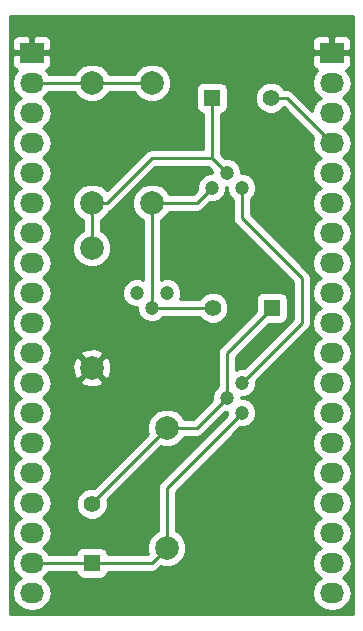
<source format=gbr>
G04 #@! TF.FileFunction,Copper,L1,Top,Signal*
%FSLAX46Y46*%
G04 Gerber Fmt 4.6, Leading zero omitted, Abs format (unit mm)*
G04 Created by KiCad (PCBNEW 4.0.3+e1-6302~38~ubuntu16.04.1-stable) date Thu Aug 25 17:11:50 2016*
%MOMM*%
%LPD*%
G01*
G04 APERTURE LIST*
%ADD10C,0.100000*%
%ADD11R,1.400000X1.400000*%
%ADD12C,1.400000*%
%ADD13C,1.998980*%
%ADD14C,1.200000*%
%ADD15R,2.032000X1.727200*%
%ADD16O,2.032000X1.727200*%
%ADD17C,0.250000*%
%ADD18C,0.254000*%
G04 APERTURE END LIST*
D10*
D11*
X66040000Y-113030000D03*
D12*
X66040000Y-108030000D03*
D13*
X72390000Y-101600000D03*
X72390000Y-111760000D03*
D14*
X78740000Y-97790000D03*
X77470000Y-99060000D03*
X78740000Y-100330000D03*
X69850000Y-90170000D03*
X71120000Y-91440000D03*
X72390000Y-90170000D03*
D11*
X81280000Y-91440000D03*
D12*
X76280000Y-91440000D03*
D14*
X78740000Y-81280000D03*
X77470000Y-80010000D03*
X76200000Y-81280000D03*
D13*
X66040000Y-86360000D03*
X66040000Y-96520000D03*
D11*
X76200000Y-73660000D03*
D12*
X81200000Y-73660000D03*
D13*
X66040000Y-72390000D03*
X66040000Y-82550000D03*
X71120000Y-72390000D03*
X71120000Y-82550000D03*
D15*
X60960000Y-69850000D03*
D16*
X60960000Y-72390000D03*
X60960000Y-74930000D03*
X60960000Y-77470000D03*
X60960000Y-80010000D03*
X60960000Y-82550000D03*
X60960000Y-85090000D03*
X60960000Y-87630000D03*
X60960000Y-90170000D03*
X60960000Y-92710000D03*
X60960000Y-95250000D03*
X60960000Y-97790000D03*
X60960000Y-100330000D03*
X60960000Y-102870000D03*
X60960000Y-105410000D03*
X60960000Y-107950000D03*
X60960000Y-110490000D03*
X60960000Y-113030000D03*
X60960000Y-115570000D03*
D15*
X86360000Y-69850000D03*
D16*
X86360000Y-72390000D03*
X86360000Y-74930000D03*
X86360000Y-77470000D03*
X86360000Y-80010000D03*
X86360000Y-82550000D03*
X86360000Y-85090000D03*
X86360000Y-87630000D03*
X86360000Y-90170000D03*
X86360000Y-92710000D03*
X86360000Y-95250000D03*
X86360000Y-97790000D03*
X86360000Y-100330000D03*
X86360000Y-102870000D03*
X86360000Y-105410000D03*
X86360000Y-107950000D03*
X86360000Y-110490000D03*
X86360000Y-113030000D03*
X86360000Y-115570000D03*
D17*
X66040000Y-86360000D02*
X66040000Y-82550000D01*
X66040000Y-82550000D02*
X67310000Y-82550000D01*
X71120000Y-78740000D02*
X76200000Y-78740000D01*
X67310000Y-82550000D02*
X71120000Y-78740000D01*
X76200000Y-73660000D02*
X76200000Y-78740000D01*
X76200000Y-78740000D02*
X77470000Y-80010000D01*
X81200000Y-73660000D02*
X82550000Y-73660000D01*
X82550000Y-73660000D02*
X86360000Y-77470000D01*
X66040000Y-108030000D02*
X66040000Y-107950000D01*
X66040000Y-107950000D02*
X72390000Y-101600000D01*
X72390000Y-101600000D02*
X74930000Y-101600000D01*
X74930000Y-101600000D02*
X77470000Y-99060000D01*
X77470000Y-99060000D02*
X77470000Y-95250000D01*
X77470000Y-95250000D02*
X81280000Y-91440000D01*
X71120000Y-91440000D02*
X71120000Y-82550000D01*
X71120000Y-91440000D02*
X76280000Y-91440000D01*
X71120000Y-82550000D02*
X74930000Y-82550000D01*
X74930000Y-82550000D02*
X76200000Y-81280000D01*
X60960000Y-113030000D02*
X66040000Y-113030000D01*
X66040000Y-113030000D02*
X71120000Y-113030000D01*
X71120000Y-113030000D02*
X72390000Y-111760000D01*
X72390000Y-111760000D02*
X72390000Y-106680000D01*
X72390000Y-106680000D02*
X78740000Y-100330000D01*
X60960000Y-72390000D02*
X66040000Y-72390000D01*
X66040000Y-72390000D02*
X71120000Y-72390000D01*
X78740000Y-81280000D02*
X78740000Y-83820000D01*
X83820000Y-92710000D02*
X78740000Y-97790000D01*
X83820000Y-88900000D02*
X83820000Y-92710000D01*
X78740000Y-83820000D02*
X83820000Y-88900000D01*
D18*
G36*
X88190000Y-117400000D02*
X59130000Y-117400000D01*
X59130000Y-72390000D01*
X59276655Y-72390000D01*
X59390729Y-72963489D01*
X59715585Y-73449670D01*
X60030366Y-73660000D01*
X59715585Y-73870330D01*
X59390729Y-74356511D01*
X59276655Y-74930000D01*
X59390729Y-75503489D01*
X59715585Y-75989670D01*
X60030366Y-76200000D01*
X59715585Y-76410330D01*
X59390729Y-76896511D01*
X59276655Y-77470000D01*
X59390729Y-78043489D01*
X59715585Y-78529670D01*
X60030366Y-78740000D01*
X59715585Y-78950330D01*
X59390729Y-79436511D01*
X59276655Y-80010000D01*
X59390729Y-80583489D01*
X59715585Y-81069670D01*
X60030366Y-81280000D01*
X59715585Y-81490330D01*
X59390729Y-81976511D01*
X59276655Y-82550000D01*
X59390729Y-83123489D01*
X59715585Y-83609670D01*
X60030366Y-83820000D01*
X59715585Y-84030330D01*
X59390729Y-84516511D01*
X59276655Y-85090000D01*
X59390729Y-85663489D01*
X59715585Y-86149670D01*
X60030366Y-86360000D01*
X59715585Y-86570330D01*
X59390729Y-87056511D01*
X59276655Y-87630000D01*
X59390729Y-88203489D01*
X59715585Y-88689670D01*
X60030366Y-88900000D01*
X59715585Y-89110330D01*
X59390729Y-89596511D01*
X59276655Y-90170000D01*
X59390729Y-90743489D01*
X59715585Y-91229670D01*
X60030366Y-91440000D01*
X59715585Y-91650330D01*
X59390729Y-92136511D01*
X59276655Y-92710000D01*
X59390729Y-93283489D01*
X59715585Y-93769670D01*
X60030366Y-93980000D01*
X59715585Y-94190330D01*
X59390729Y-94676511D01*
X59276655Y-95250000D01*
X59390729Y-95823489D01*
X59715585Y-96309670D01*
X60030366Y-96520000D01*
X59715585Y-96730330D01*
X59390729Y-97216511D01*
X59276655Y-97790000D01*
X59390729Y-98363489D01*
X59715585Y-98849670D01*
X60030366Y-99060000D01*
X59715585Y-99270330D01*
X59390729Y-99756511D01*
X59276655Y-100330000D01*
X59390729Y-100903489D01*
X59715585Y-101389670D01*
X60030366Y-101600000D01*
X59715585Y-101810330D01*
X59390729Y-102296511D01*
X59276655Y-102870000D01*
X59390729Y-103443489D01*
X59715585Y-103929670D01*
X60030366Y-104140000D01*
X59715585Y-104350330D01*
X59390729Y-104836511D01*
X59276655Y-105410000D01*
X59390729Y-105983489D01*
X59715585Y-106469670D01*
X60030366Y-106680000D01*
X59715585Y-106890330D01*
X59390729Y-107376511D01*
X59276655Y-107950000D01*
X59390729Y-108523489D01*
X59715585Y-109009670D01*
X60030366Y-109220000D01*
X59715585Y-109430330D01*
X59390729Y-109916511D01*
X59276655Y-110490000D01*
X59390729Y-111063489D01*
X59715585Y-111549670D01*
X60030366Y-111760000D01*
X59715585Y-111970330D01*
X59390729Y-112456511D01*
X59276655Y-113030000D01*
X59390729Y-113603489D01*
X59715585Y-114089670D01*
X60030366Y-114300000D01*
X59715585Y-114510330D01*
X59390729Y-114996511D01*
X59276655Y-115570000D01*
X59390729Y-116143489D01*
X59715585Y-116629670D01*
X60201766Y-116954526D01*
X60775255Y-117068600D01*
X61144745Y-117068600D01*
X61718234Y-116954526D01*
X62204415Y-116629670D01*
X62529271Y-116143489D01*
X62643345Y-115570000D01*
X62529271Y-114996511D01*
X62204415Y-114510330D01*
X61889634Y-114300000D01*
X62204415Y-114089670D01*
X62404648Y-113790000D01*
X64703850Y-113790000D01*
X64736838Y-113965317D01*
X64875910Y-114181441D01*
X65088110Y-114326431D01*
X65340000Y-114377440D01*
X66740000Y-114377440D01*
X66975317Y-114333162D01*
X67191441Y-114194090D01*
X67336431Y-113981890D01*
X67375290Y-113790000D01*
X71120000Y-113790000D01*
X71410839Y-113732148D01*
X71657401Y-113567401D01*
X71898917Y-113325885D01*
X72063453Y-113394206D01*
X72713694Y-113394774D01*
X73314655Y-113146462D01*
X73774846Y-112687073D01*
X74024206Y-112086547D01*
X74024774Y-111436306D01*
X73776462Y-110835345D01*
X73317073Y-110375154D01*
X73150000Y-110305779D01*
X73150000Y-106994802D01*
X78579941Y-101564861D01*
X78984579Y-101565214D01*
X79438657Y-101377592D01*
X79786371Y-101030485D01*
X79974785Y-100576734D01*
X79975214Y-100085421D01*
X79787592Y-99631343D01*
X79440485Y-99283629D01*
X78986734Y-99095215D01*
X78704970Y-99094969D01*
X78705031Y-99024970D01*
X78984579Y-99025214D01*
X79438657Y-98837592D01*
X79786371Y-98490485D01*
X79974785Y-98036734D01*
X79975140Y-97629662D01*
X84357401Y-93247401D01*
X84522148Y-93000839D01*
X84580000Y-92710000D01*
X84580000Y-88900000D01*
X84522148Y-88609161D01*
X84357401Y-88362599D01*
X79500000Y-83505198D01*
X79500000Y-82266356D01*
X79786371Y-81980485D01*
X79974785Y-81526734D01*
X79975214Y-81035421D01*
X79787592Y-80581343D01*
X79440485Y-80233629D01*
X78986734Y-80045215D01*
X78704970Y-80044969D01*
X78705214Y-79765421D01*
X78517592Y-79311343D01*
X78170485Y-78963629D01*
X77716734Y-78775215D01*
X77309662Y-78774860D01*
X76960000Y-78425198D01*
X76960000Y-74996150D01*
X77135317Y-74963162D01*
X77351441Y-74824090D01*
X77496431Y-74611890D01*
X77547440Y-74360000D01*
X77547440Y-73924383D01*
X79864769Y-73924383D01*
X80067582Y-74415229D01*
X80442796Y-74791098D01*
X80933287Y-74994768D01*
X81464383Y-74995231D01*
X81955229Y-74792418D01*
X82281707Y-74466509D01*
X84777619Y-76962421D01*
X84676655Y-77470000D01*
X84790729Y-78043489D01*
X85115585Y-78529670D01*
X85430366Y-78740000D01*
X85115585Y-78950330D01*
X84790729Y-79436511D01*
X84676655Y-80010000D01*
X84790729Y-80583489D01*
X85115585Y-81069670D01*
X85430366Y-81280000D01*
X85115585Y-81490330D01*
X84790729Y-81976511D01*
X84676655Y-82550000D01*
X84790729Y-83123489D01*
X85115585Y-83609670D01*
X85430366Y-83820000D01*
X85115585Y-84030330D01*
X84790729Y-84516511D01*
X84676655Y-85090000D01*
X84790729Y-85663489D01*
X85115585Y-86149670D01*
X85430366Y-86360000D01*
X85115585Y-86570330D01*
X84790729Y-87056511D01*
X84676655Y-87630000D01*
X84790729Y-88203489D01*
X85115585Y-88689670D01*
X85430366Y-88900000D01*
X85115585Y-89110330D01*
X84790729Y-89596511D01*
X84676655Y-90170000D01*
X84790729Y-90743489D01*
X85115585Y-91229670D01*
X85430366Y-91440000D01*
X85115585Y-91650330D01*
X84790729Y-92136511D01*
X84676655Y-92710000D01*
X84790729Y-93283489D01*
X85115585Y-93769670D01*
X85430366Y-93980000D01*
X85115585Y-94190330D01*
X84790729Y-94676511D01*
X84676655Y-95250000D01*
X84790729Y-95823489D01*
X85115585Y-96309670D01*
X85430366Y-96520000D01*
X85115585Y-96730330D01*
X84790729Y-97216511D01*
X84676655Y-97790000D01*
X84790729Y-98363489D01*
X85115585Y-98849670D01*
X85430366Y-99060000D01*
X85115585Y-99270330D01*
X84790729Y-99756511D01*
X84676655Y-100330000D01*
X84790729Y-100903489D01*
X85115585Y-101389670D01*
X85430366Y-101600000D01*
X85115585Y-101810330D01*
X84790729Y-102296511D01*
X84676655Y-102870000D01*
X84790729Y-103443489D01*
X85115585Y-103929670D01*
X85430366Y-104140000D01*
X85115585Y-104350330D01*
X84790729Y-104836511D01*
X84676655Y-105410000D01*
X84790729Y-105983489D01*
X85115585Y-106469670D01*
X85430366Y-106680000D01*
X85115585Y-106890330D01*
X84790729Y-107376511D01*
X84676655Y-107950000D01*
X84790729Y-108523489D01*
X85115585Y-109009670D01*
X85430366Y-109220000D01*
X85115585Y-109430330D01*
X84790729Y-109916511D01*
X84676655Y-110490000D01*
X84790729Y-111063489D01*
X85115585Y-111549670D01*
X85430366Y-111760000D01*
X85115585Y-111970330D01*
X84790729Y-112456511D01*
X84676655Y-113030000D01*
X84790729Y-113603489D01*
X85115585Y-114089670D01*
X85430366Y-114300000D01*
X85115585Y-114510330D01*
X84790729Y-114996511D01*
X84676655Y-115570000D01*
X84790729Y-116143489D01*
X85115585Y-116629670D01*
X85601766Y-116954526D01*
X86175255Y-117068600D01*
X86544745Y-117068600D01*
X87118234Y-116954526D01*
X87604415Y-116629670D01*
X87929271Y-116143489D01*
X88043345Y-115570000D01*
X87929271Y-114996511D01*
X87604415Y-114510330D01*
X87289634Y-114300000D01*
X87604415Y-114089670D01*
X87929271Y-113603489D01*
X88043345Y-113030000D01*
X87929271Y-112456511D01*
X87604415Y-111970330D01*
X87289634Y-111760000D01*
X87604415Y-111549670D01*
X87929271Y-111063489D01*
X88043345Y-110490000D01*
X87929271Y-109916511D01*
X87604415Y-109430330D01*
X87289634Y-109220000D01*
X87604415Y-109009670D01*
X87929271Y-108523489D01*
X88043345Y-107950000D01*
X87929271Y-107376511D01*
X87604415Y-106890330D01*
X87289634Y-106680000D01*
X87604415Y-106469670D01*
X87929271Y-105983489D01*
X88043345Y-105410000D01*
X87929271Y-104836511D01*
X87604415Y-104350330D01*
X87289634Y-104140000D01*
X87604415Y-103929670D01*
X87929271Y-103443489D01*
X88043345Y-102870000D01*
X87929271Y-102296511D01*
X87604415Y-101810330D01*
X87289634Y-101600000D01*
X87604415Y-101389670D01*
X87929271Y-100903489D01*
X88043345Y-100330000D01*
X87929271Y-99756511D01*
X87604415Y-99270330D01*
X87289634Y-99060000D01*
X87604415Y-98849670D01*
X87929271Y-98363489D01*
X88043345Y-97790000D01*
X87929271Y-97216511D01*
X87604415Y-96730330D01*
X87289634Y-96520000D01*
X87604415Y-96309670D01*
X87929271Y-95823489D01*
X88043345Y-95250000D01*
X87929271Y-94676511D01*
X87604415Y-94190330D01*
X87289634Y-93980000D01*
X87604415Y-93769670D01*
X87929271Y-93283489D01*
X88043345Y-92710000D01*
X87929271Y-92136511D01*
X87604415Y-91650330D01*
X87289634Y-91440000D01*
X87604415Y-91229670D01*
X87929271Y-90743489D01*
X88043345Y-90170000D01*
X87929271Y-89596511D01*
X87604415Y-89110330D01*
X87289634Y-88900000D01*
X87604415Y-88689670D01*
X87929271Y-88203489D01*
X88043345Y-87630000D01*
X87929271Y-87056511D01*
X87604415Y-86570330D01*
X87289634Y-86360000D01*
X87604415Y-86149670D01*
X87929271Y-85663489D01*
X88043345Y-85090000D01*
X87929271Y-84516511D01*
X87604415Y-84030330D01*
X87289634Y-83820000D01*
X87604415Y-83609670D01*
X87929271Y-83123489D01*
X88043345Y-82550000D01*
X87929271Y-81976511D01*
X87604415Y-81490330D01*
X87289634Y-81280000D01*
X87604415Y-81069670D01*
X87929271Y-80583489D01*
X88043345Y-80010000D01*
X87929271Y-79436511D01*
X87604415Y-78950330D01*
X87289634Y-78740000D01*
X87604415Y-78529670D01*
X87929271Y-78043489D01*
X88043345Y-77470000D01*
X87929271Y-76896511D01*
X87604415Y-76410330D01*
X87289634Y-76200000D01*
X87604415Y-75989670D01*
X87929271Y-75503489D01*
X88043345Y-74930000D01*
X87929271Y-74356511D01*
X87604415Y-73870330D01*
X87289634Y-73660000D01*
X87604415Y-73449670D01*
X87929271Y-72963489D01*
X88043345Y-72390000D01*
X87929271Y-71816511D01*
X87604415Y-71330330D01*
X87582220Y-71315500D01*
X87735699Y-71251927D01*
X87914327Y-71073298D01*
X88011000Y-70839909D01*
X88011000Y-70135750D01*
X87852250Y-69977000D01*
X86487000Y-69977000D01*
X86487000Y-69997000D01*
X86233000Y-69997000D01*
X86233000Y-69977000D01*
X84867750Y-69977000D01*
X84709000Y-70135750D01*
X84709000Y-70839909D01*
X84805673Y-71073298D01*
X84984301Y-71251927D01*
X85137780Y-71315500D01*
X85115585Y-71330330D01*
X84790729Y-71816511D01*
X84676655Y-72390000D01*
X84790729Y-72963489D01*
X85115585Y-73449670D01*
X85430366Y-73660000D01*
X85115585Y-73870330D01*
X84790729Y-74356511D01*
X84712848Y-74748046D01*
X83087401Y-73122599D01*
X82840839Y-72957852D01*
X82550000Y-72900000D01*
X82327655Y-72900000D01*
X81957204Y-72528902D01*
X81466713Y-72325232D01*
X80935617Y-72324769D01*
X80444771Y-72527582D01*
X80068902Y-72902796D01*
X79865232Y-73393287D01*
X79864769Y-73924383D01*
X77547440Y-73924383D01*
X77547440Y-72960000D01*
X77503162Y-72724683D01*
X77364090Y-72508559D01*
X77151890Y-72363569D01*
X76900000Y-72312560D01*
X75500000Y-72312560D01*
X75264683Y-72356838D01*
X75048559Y-72495910D01*
X74903569Y-72708110D01*
X74852560Y-72960000D01*
X74852560Y-74360000D01*
X74896838Y-74595317D01*
X75035910Y-74811441D01*
X75248110Y-74956431D01*
X75440000Y-74995290D01*
X75440000Y-77980000D01*
X71120000Y-77980000D01*
X70829161Y-78037852D01*
X70582599Y-78202599D01*
X67293274Y-81491924D01*
X66967073Y-81165154D01*
X66366547Y-80915794D01*
X65716306Y-80915226D01*
X65115345Y-81163538D01*
X64655154Y-81622927D01*
X64405794Y-82223453D01*
X64405226Y-82873694D01*
X64653538Y-83474655D01*
X65112927Y-83934846D01*
X65280000Y-84004221D01*
X65280000Y-84905504D01*
X65115345Y-84973538D01*
X64655154Y-85432927D01*
X64405794Y-86033453D01*
X64405226Y-86683694D01*
X64653538Y-87284655D01*
X65112927Y-87744846D01*
X65713453Y-87994206D01*
X66363694Y-87994774D01*
X66964655Y-87746462D01*
X67424846Y-87287073D01*
X67674206Y-86686547D01*
X67674774Y-86036306D01*
X67426462Y-85435345D01*
X66967073Y-84975154D01*
X66800000Y-84905779D01*
X66800000Y-84004496D01*
X66964655Y-83936462D01*
X67424846Y-83477073D01*
X67510807Y-83270057D01*
X67600839Y-83252148D01*
X67847401Y-83087401D01*
X71434802Y-79500000D01*
X75885198Y-79500000D01*
X76235139Y-79849941D01*
X76234969Y-80045030D01*
X75955421Y-80044786D01*
X75501343Y-80232408D01*
X75153629Y-80579515D01*
X74965215Y-81033266D01*
X74964860Y-81440338D01*
X74615198Y-81790000D01*
X72574496Y-81790000D01*
X72506462Y-81625345D01*
X72047073Y-81165154D01*
X71446547Y-80915794D01*
X70796306Y-80915226D01*
X70195345Y-81163538D01*
X69735154Y-81622927D01*
X69485794Y-82223453D01*
X69485226Y-82873694D01*
X69733538Y-83474655D01*
X70192927Y-83934846D01*
X70360000Y-84004221D01*
X70360000Y-89044533D01*
X70096734Y-88935215D01*
X69605421Y-88934786D01*
X69151343Y-89122408D01*
X68803629Y-89469515D01*
X68615215Y-89923266D01*
X68614786Y-90414579D01*
X68802408Y-90868657D01*
X69149515Y-91216371D01*
X69603266Y-91404785D01*
X69885030Y-91405031D01*
X69884786Y-91684579D01*
X70072408Y-92138657D01*
X70419515Y-92486371D01*
X70873266Y-92674785D01*
X71364579Y-92675214D01*
X71818657Y-92487592D01*
X72106752Y-92200000D01*
X75152345Y-92200000D01*
X75522796Y-92571098D01*
X76013287Y-92774768D01*
X76544383Y-92775231D01*
X77035229Y-92572418D01*
X77411098Y-92197204D01*
X77614768Y-91706713D01*
X77615231Y-91175617D01*
X77412418Y-90684771D01*
X77037204Y-90308902D01*
X76546713Y-90105232D01*
X76015617Y-90104769D01*
X75524771Y-90307582D01*
X75151703Y-90680000D01*
X73515467Y-90680000D01*
X73624785Y-90416734D01*
X73625214Y-89925421D01*
X73437592Y-89471343D01*
X73090485Y-89123629D01*
X72636734Y-88935215D01*
X72145421Y-88934786D01*
X71880000Y-89044456D01*
X71880000Y-84004496D01*
X72044655Y-83936462D01*
X72504846Y-83477073D01*
X72574221Y-83310000D01*
X74930000Y-83310000D01*
X75220839Y-83252148D01*
X75467401Y-83087401D01*
X76039941Y-82514861D01*
X76444579Y-82515214D01*
X76898657Y-82327592D01*
X77246371Y-81980485D01*
X77434785Y-81526734D01*
X77435031Y-81244970D01*
X77505030Y-81245031D01*
X77504786Y-81524579D01*
X77692408Y-81978657D01*
X77980000Y-82266752D01*
X77980000Y-83820000D01*
X78037852Y-84110839D01*
X78202599Y-84357401D01*
X83060000Y-89214802D01*
X83060000Y-92395198D01*
X78900059Y-96555139D01*
X78495421Y-96554786D01*
X78230000Y-96664456D01*
X78230000Y-95564802D01*
X81007362Y-92787440D01*
X81980000Y-92787440D01*
X82215317Y-92743162D01*
X82431441Y-92604090D01*
X82576431Y-92391890D01*
X82627440Y-92140000D01*
X82627440Y-90740000D01*
X82583162Y-90504683D01*
X82444090Y-90288559D01*
X82231890Y-90143569D01*
X81980000Y-90092560D01*
X80580000Y-90092560D01*
X80344683Y-90136838D01*
X80128559Y-90275910D01*
X79983569Y-90488110D01*
X79932560Y-90740000D01*
X79932560Y-91712638D01*
X76932599Y-94712599D01*
X76767852Y-94959161D01*
X76710000Y-95250000D01*
X76710000Y-98073644D01*
X76423629Y-98359515D01*
X76235215Y-98813266D01*
X76234860Y-99220338D01*
X74615198Y-100840000D01*
X73844496Y-100840000D01*
X73776462Y-100675345D01*
X73317073Y-100215154D01*
X72716547Y-99965794D01*
X72066306Y-99965226D01*
X71465345Y-100213538D01*
X71005154Y-100672927D01*
X70755794Y-101273453D01*
X70755226Y-101923694D01*
X70824309Y-102090889D01*
X66220042Y-106695156D01*
X65775617Y-106694769D01*
X65284771Y-106897582D01*
X64908902Y-107272796D01*
X64705232Y-107763287D01*
X64704769Y-108294383D01*
X64907582Y-108785229D01*
X65282796Y-109161098D01*
X65773287Y-109364768D01*
X66304383Y-109365231D01*
X66795229Y-109162418D01*
X67171098Y-108787204D01*
X67374768Y-108296713D01*
X67375231Y-107765617D01*
X67352997Y-107711805D01*
X71898917Y-103165885D01*
X72063453Y-103234206D01*
X72713694Y-103234774D01*
X73314655Y-102986462D01*
X73774846Y-102527073D01*
X73844221Y-102360000D01*
X74930000Y-102360000D01*
X75220839Y-102302148D01*
X75467401Y-102137401D01*
X77309941Y-100294861D01*
X77505030Y-100295031D01*
X77504860Y-100490338D01*
X71852599Y-106142599D01*
X71687852Y-106389161D01*
X71630000Y-106680000D01*
X71630000Y-110305504D01*
X71465345Y-110373538D01*
X71005154Y-110832927D01*
X70755794Y-111433453D01*
X70755226Y-112083694D01*
X70824309Y-112250889D01*
X70805198Y-112270000D01*
X67376150Y-112270000D01*
X67343162Y-112094683D01*
X67204090Y-111878559D01*
X66991890Y-111733569D01*
X66740000Y-111682560D01*
X65340000Y-111682560D01*
X65104683Y-111726838D01*
X64888559Y-111865910D01*
X64743569Y-112078110D01*
X64704710Y-112270000D01*
X62404648Y-112270000D01*
X62204415Y-111970330D01*
X61889634Y-111760000D01*
X62204415Y-111549670D01*
X62529271Y-111063489D01*
X62643345Y-110490000D01*
X62529271Y-109916511D01*
X62204415Y-109430330D01*
X61889634Y-109220000D01*
X62204415Y-109009670D01*
X62529271Y-108523489D01*
X62643345Y-107950000D01*
X62529271Y-107376511D01*
X62204415Y-106890330D01*
X61889634Y-106680000D01*
X62204415Y-106469670D01*
X62529271Y-105983489D01*
X62643345Y-105410000D01*
X62529271Y-104836511D01*
X62204415Y-104350330D01*
X61889634Y-104140000D01*
X62204415Y-103929670D01*
X62529271Y-103443489D01*
X62643345Y-102870000D01*
X62529271Y-102296511D01*
X62204415Y-101810330D01*
X61889634Y-101600000D01*
X62204415Y-101389670D01*
X62529271Y-100903489D01*
X62643345Y-100330000D01*
X62529271Y-99756511D01*
X62204415Y-99270330D01*
X61889634Y-99060000D01*
X62204415Y-98849670D01*
X62529271Y-98363489D01*
X62643345Y-97790000D01*
X62619906Y-97672163D01*
X65067443Y-97672163D01*
X65166042Y-97938965D01*
X65775582Y-98165401D01*
X66425377Y-98141341D01*
X66913958Y-97938965D01*
X67012557Y-97672163D01*
X66040000Y-96699605D01*
X65067443Y-97672163D01*
X62619906Y-97672163D01*
X62529271Y-97216511D01*
X62204415Y-96730330D01*
X61889634Y-96520000D01*
X62204415Y-96309670D01*
X62240555Y-96255582D01*
X64394599Y-96255582D01*
X64418659Y-96905377D01*
X64621035Y-97393958D01*
X64887837Y-97492557D01*
X65860395Y-96520000D01*
X66219605Y-96520000D01*
X67192163Y-97492557D01*
X67458965Y-97393958D01*
X67685401Y-96784418D01*
X67661341Y-96134623D01*
X67458965Y-95646042D01*
X67192163Y-95547443D01*
X66219605Y-96520000D01*
X65860395Y-96520000D01*
X64887837Y-95547443D01*
X64621035Y-95646042D01*
X64394599Y-96255582D01*
X62240555Y-96255582D01*
X62529271Y-95823489D01*
X62619905Y-95367837D01*
X65067443Y-95367837D01*
X66040000Y-96340395D01*
X67012557Y-95367837D01*
X66913958Y-95101035D01*
X66304418Y-94874599D01*
X65654623Y-94898659D01*
X65166042Y-95101035D01*
X65067443Y-95367837D01*
X62619905Y-95367837D01*
X62643345Y-95250000D01*
X62529271Y-94676511D01*
X62204415Y-94190330D01*
X61889634Y-93980000D01*
X62204415Y-93769670D01*
X62529271Y-93283489D01*
X62643345Y-92710000D01*
X62529271Y-92136511D01*
X62204415Y-91650330D01*
X61889634Y-91440000D01*
X62204415Y-91229670D01*
X62529271Y-90743489D01*
X62643345Y-90170000D01*
X62529271Y-89596511D01*
X62204415Y-89110330D01*
X61889634Y-88900000D01*
X62204415Y-88689670D01*
X62529271Y-88203489D01*
X62643345Y-87630000D01*
X62529271Y-87056511D01*
X62204415Y-86570330D01*
X61889634Y-86360000D01*
X62204415Y-86149670D01*
X62529271Y-85663489D01*
X62643345Y-85090000D01*
X62529271Y-84516511D01*
X62204415Y-84030330D01*
X61889634Y-83820000D01*
X62204415Y-83609670D01*
X62529271Y-83123489D01*
X62643345Y-82550000D01*
X62529271Y-81976511D01*
X62204415Y-81490330D01*
X61889634Y-81280000D01*
X62204415Y-81069670D01*
X62529271Y-80583489D01*
X62643345Y-80010000D01*
X62529271Y-79436511D01*
X62204415Y-78950330D01*
X61889634Y-78740000D01*
X62204415Y-78529670D01*
X62529271Y-78043489D01*
X62643345Y-77470000D01*
X62529271Y-76896511D01*
X62204415Y-76410330D01*
X61889634Y-76200000D01*
X62204415Y-75989670D01*
X62529271Y-75503489D01*
X62643345Y-74930000D01*
X62529271Y-74356511D01*
X62204415Y-73870330D01*
X61889634Y-73660000D01*
X62204415Y-73449670D01*
X62404648Y-73150000D01*
X64585504Y-73150000D01*
X64653538Y-73314655D01*
X65112927Y-73774846D01*
X65713453Y-74024206D01*
X66363694Y-74024774D01*
X66964655Y-73776462D01*
X67424846Y-73317073D01*
X67494221Y-73150000D01*
X69665504Y-73150000D01*
X69733538Y-73314655D01*
X70192927Y-73774846D01*
X70793453Y-74024206D01*
X71443694Y-74024774D01*
X72044655Y-73776462D01*
X72504846Y-73317073D01*
X72754206Y-72716547D01*
X72754774Y-72066306D01*
X72506462Y-71465345D01*
X72047073Y-71005154D01*
X71446547Y-70755794D01*
X70796306Y-70755226D01*
X70195345Y-71003538D01*
X69735154Y-71462927D01*
X69665779Y-71630000D01*
X67494496Y-71630000D01*
X67426462Y-71465345D01*
X66967073Y-71005154D01*
X66366547Y-70755794D01*
X65716306Y-70755226D01*
X65115345Y-71003538D01*
X64655154Y-71462927D01*
X64585779Y-71630000D01*
X62404648Y-71630000D01*
X62204415Y-71330330D01*
X62182220Y-71315500D01*
X62335699Y-71251927D01*
X62514327Y-71073298D01*
X62611000Y-70839909D01*
X62611000Y-70135750D01*
X62452250Y-69977000D01*
X61087000Y-69977000D01*
X61087000Y-69997000D01*
X60833000Y-69997000D01*
X60833000Y-69977000D01*
X59467750Y-69977000D01*
X59309000Y-70135750D01*
X59309000Y-70839909D01*
X59405673Y-71073298D01*
X59584301Y-71251927D01*
X59737780Y-71315500D01*
X59715585Y-71330330D01*
X59390729Y-71816511D01*
X59276655Y-72390000D01*
X59130000Y-72390000D01*
X59130000Y-68860091D01*
X59309000Y-68860091D01*
X59309000Y-69564250D01*
X59467750Y-69723000D01*
X60833000Y-69723000D01*
X60833000Y-68510150D01*
X61087000Y-68510150D01*
X61087000Y-69723000D01*
X62452250Y-69723000D01*
X62611000Y-69564250D01*
X62611000Y-68860091D01*
X84709000Y-68860091D01*
X84709000Y-69564250D01*
X84867750Y-69723000D01*
X86233000Y-69723000D01*
X86233000Y-68510150D01*
X86487000Y-68510150D01*
X86487000Y-69723000D01*
X87852250Y-69723000D01*
X88011000Y-69564250D01*
X88011000Y-68860091D01*
X87914327Y-68626702D01*
X87735699Y-68448073D01*
X87502310Y-68351400D01*
X86645750Y-68351400D01*
X86487000Y-68510150D01*
X86233000Y-68510150D01*
X86074250Y-68351400D01*
X85217690Y-68351400D01*
X84984301Y-68448073D01*
X84805673Y-68626702D01*
X84709000Y-68860091D01*
X62611000Y-68860091D01*
X62514327Y-68626702D01*
X62335699Y-68448073D01*
X62102310Y-68351400D01*
X61245750Y-68351400D01*
X61087000Y-68510150D01*
X60833000Y-68510150D01*
X60674250Y-68351400D01*
X59817690Y-68351400D01*
X59584301Y-68448073D01*
X59405673Y-68626702D01*
X59309000Y-68860091D01*
X59130000Y-68860091D01*
X59130000Y-66750000D01*
X88190000Y-66750000D01*
X88190000Y-117400000D01*
X88190000Y-117400000D01*
G37*
X88190000Y-117400000D02*
X59130000Y-117400000D01*
X59130000Y-72390000D01*
X59276655Y-72390000D01*
X59390729Y-72963489D01*
X59715585Y-73449670D01*
X60030366Y-73660000D01*
X59715585Y-73870330D01*
X59390729Y-74356511D01*
X59276655Y-74930000D01*
X59390729Y-75503489D01*
X59715585Y-75989670D01*
X60030366Y-76200000D01*
X59715585Y-76410330D01*
X59390729Y-76896511D01*
X59276655Y-77470000D01*
X59390729Y-78043489D01*
X59715585Y-78529670D01*
X60030366Y-78740000D01*
X59715585Y-78950330D01*
X59390729Y-79436511D01*
X59276655Y-80010000D01*
X59390729Y-80583489D01*
X59715585Y-81069670D01*
X60030366Y-81280000D01*
X59715585Y-81490330D01*
X59390729Y-81976511D01*
X59276655Y-82550000D01*
X59390729Y-83123489D01*
X59715585Y-83609670D01*
X60030366Y-83820000D01*
X59715585Y-84030330D01*
X59390729Y-84516511D01*
X59276655Y-85090000D01*
X59390729Y-85663489D01*
X59715585Y-86149670D01*
X60030366Y-86360000D01*
X59715585Y-86570330D01*
X59390729Y-87056511D01*
X59276655Y-87630000D01*
X59390729Y-88203489D01*
X59715585Y-88689670D01*
X60030366Y-88900000D01*
X59715585Y-89110330D01*
X59390729Y-89596511D01*
X59276655Y-90170000D01*
X59390729Y-90743489D01*
X59715585Y-91229670D01*
X60030366Y-91440000D01*
X59715585Y-91650330D01*
X59390729Y-92136511D01*
X59276655Y-92710000D01*
X59390729Y-93283489D01*
X59715585Y-93769670D01*
X60030366Y-93980000D01*
X59715585Y-94190330D01*
X59390729Y-94676511D01*
X59276655Y-95250000D01*
X59390729Y-95823489D01*
X59715585Y-96309670D01*
X60030366Y-96520000D01*
X59715585Y-96730330D01*
X59390729Y-97216511D01*
X59276655Y-97790000D01*
X59390729Y-98363489D01*
X59715585Y-98849670D01*
X60030366Y-99060000D01*
X59715585Y-99270330D01*
X59390729Y-99756511D01*
X59276655Y-100330000D01*
X59390729Y-100903489D01*
X59715585Y-101389670D01*
X60030366Y-101600000D01*
X59715585Y-101810330D01*
X59390729Y-102296511D01*
X59276655Y-102870000D01*
X59390729Y-103443489D01*
X59715585Y-103929670D01*
X60030366Y-104140000D01*
X59715585Y-104350330D01*
X59390729Y-104836511D01*
X59276655Y-105410000D01*
X59390729Y-105983489D01*
X59715585Y-106469670D01*
X60030366Y-106680000D01*
X59715585Y-106890330D01*
X59390729Y-107376511D01*
X59276655Y-107950000D01*
X59390729Y-108523489D01*
X59715585Y-109009670D01*
X60030366Y-109220000D01*
X59715585Y-109430330D01*
X59390729Y-109916511D01*
X59276655Y-110490000D01*
X59390729Y-111063489D01*
X59715585Y-111549670D01*
X60030366Y-111760000D01*
X59715585Y-111970330D01*
X59390729Y-112456511D01*
X59276655Y-113030000D01*
X59390729Y-113603489D01*
X59715585Y-114089670D01*
X60030366Y-114300000D01*
X59715585Y-114510330D01*
X59390729Y-114996511D01*
X59276655Y-115570000D01*
X59390729Y-116143489D01*
X59715585Y-116629670D01*
X60201766Y-116954526D01*
X60775255Y-117068600D01*
X61144745Y-117068600D01*
X61718234Y-116954526D01*
X62204415Y-116629670D01*
X62529271Y-116143489D01*
X62643345Y-115570000D01*
X62529271Y-114996511D01*
X62204415Y-114510330D01*
X61889634Y-114300000D01*
X62204415Y-114089670D01*
X62404648Y-113790000D01*
X64703850Y-113790000D01*
X64736838Y-113965317D01*
X64875910Y-114181441D01*
X65088110Y-114326431D01*
X65340000Y-114377440D01*
X66740000Y-114377440D01*
X66975317Y-114333162D01*
X67191441Y-114194090D01*
X67336431Y-113981890D01*
X67375290Y-113790000D01*
X71120000Y-113790000D01*
X71410839Y-113732148D01*
X71657401Y-113567401D01*
X71898917Y-113325885D01*
X72063453Y-113394206D01*
X72713694Y-113394774D01*
X73314655Y-113146462D01*
X73774846Y-112687073D01*
X74024206Y-112086547D01*
X74024774Y-111436306D01*
X73776462Y-110835345D01*
X73317073Y-110375154D01*
X73150000Y-110305779D01*
X73150000Y-106994802D01*
X78579941Y-101564861D01*
X78984579Y-101565214D01*
X79438657Y-101377592D01*
X79786371Y-101030485D01*
X79974785Y-100576734D01*
X79975214Y-100085421D01*
X79787592Y-99631343D01*
X79440485Y-99283629D01*
X78986734Y-99095215D01*
X78704970Y-99094969D01*
X78705031Y-99024970D01*
X78984579Y-99025214D01*
X79438657Y-98837592D01*
X79786371Y-98490485D01*
X79974785Y-98036734D01*
X79975140Y-97629662D01*
X84357401Y-93247401D01*
X84522148Y-93000839D01*
X84580000Y-92710000D01*
X84580000Y-88900000D01*
X84522148Y-88609161D01*
X84357401Y-88362599D01*
X79500000Y-83505198D01*
X79500000Y-82266356D01*
X79786371Y-81980485D01*
X79974785Y-81526734D01*
X79975214Y-81035421D01*
X79787592Y-80581343D01*
X79440485Y-80233629D01*
X78986734Y-80045215D01*
X78704970Y-80044969D01*
X78705214Y-79765421D01*
X78517592Y-79311343D01*
X78170485Y-78963629D01*
X77716734Y-78775215D01*
X77309662Y-78774860D01*
X76960000Y-78425198D01*
X76960000Y-74996150D01*
X77135317Y-74963162D01*
X77351441Y-74824090D01*
X77496431Y-74611890D01*
X77547440Y-74360000D01*
X77547440Y-73924383D01*
X79864769Y-73924383D01*
X80067582Y-74415229D01*
X80442796Y-74791098D01*
X80933287Y-74994768D01*
X81464383Y-74995231D01*
X81955229Y-74792418D01*
X82281707Y-74466509D01*
X84777619Y-76962421D01*
X84676655Y-77470000D01*
X84790729Y-78043489D01*
X85115585Y-78529670D01*
X85430366Y-78740000D01*
X85115585Y-78950330D01*
X84790729Y-79436511D01*
X84676655Y-80010000D01*
X84790729Y-80583489D01*
X85115585Y-81069670D01*
X85430366Y-81280000D01*
X85115585Y-81490330D01*
X84790729Y-81976511D01*
X84676655Y-82550000D01*
X84790729Y-83123489D01*
X85115585Y-83609670D01*
X85430366Y-83820000D01*
X85115585Y-84030330D01*
X84790729Y-84516511D01*
X84676655Y-85090000D01*
X84790729Y-85663489D01*
X85115585Y-86149670D01*
X85430366Y-86360000D01*
X85115585Y-86570330D01*
X84790729Y-87056511D01*
X84676655Y-87630000D01*
X84790729Y-88203489D01*
X85115585Y-88689670D01*
X85430366Y-88900000D01*
X85115585Y-89110330D01*
X84790729Y-89596511D01*
X84676655Y-90170000D01*
X84790729Y-90743489D01*
X85115585Y-91229670D01*
X85430366Y-91440000D01*
X85115585Y-91650330D01*
X84790729Y-92136511D01*
X84676655Y-92710000D01*
X84790729Y-93283489D01*
X85115585Y-93769670D01*
X85430366Y-93980000D01*
X85115585Y-94190330D01*
X84790729Y-94676511D01*
X84676655Y-95250000D01*
X84790729Y-95823489D01*
X85115585Y-96309670D01*
X85430366Y-96520000D01*
X85115585Y-96730330D01*
X84790729Y-97216511D01*
X84676655Y-97790000D01*
X84790729Y-98363489D01*
X85115585Y-98849670D01*
X85430366Y-99060000D01*
X85115585Y-99270330D01*
X84790729Y-99756511D01*
X84676655Y-100330000D01*
X84790729Y-100903489D01*
X85115585Y-101389670D01*
X85430366Y-101600000D01*
X85115585Y-101810330D01*
X84790729Y-102296511D01*
X84676655Y-102870000D01*
X84790729Y-103443489D01*
X85115585Y-103929670D01*
X85430366Y-104140000D01*
X85115585Y-104350330D01*
X84790729Y-104836511D01*
X84676655Y-105410000D01*
X84790729Y-105983489D01*
X85115585Y-106469670D01*
X85430366Y-106680000D01*
X85115585Y-106890330D01*
X84790729Y-107376511D01*
X84676655Y-107950000D01*
X84790729Y-108523489D01*
X85115585Y-109009670D01*
X85430366Y-109220000D01*
X85115585Y-109430330D01*
X84790729Y-109916511D01*
X84676655Y-110490000D01*
X84790729Y-111063489D01*
X85115585Y-111549670D01*
X85430366Y-111760000D01*
X85115585Y-111970330D01*
X84790729Y-112456511D01*
X84676655Y-113030000D01*
X84790729Y-113603489D01*
X85115585Y-114089670D01*
X85430366Y-114300000D01*
X85115585Y-114510330D01*
X84790729Y-114996511D01*
X84676655Y-115570000D01*
X84790729Y-116143489D01*
X85115585Y-116629670D01*
X85601766Y-116954526D01*
X86175255Y-117068600D01*
X86544745Y-117068600D01*
X87118234Y-116954526D01*
X87604415Y-116629670D01*
X87929271Y-116143489D01*
X88043345Y-115570000D01*
X87929271Y-114996511D01*
X87604415Y-114510330D01*
X87289634Y-114300000D01*
X87604415Y-114089670D01*
X87929271Y-113603489D01*
X88043345Y-113030000D01*
X87929271Y-112456511D01*
X87604415Y-111970330D01*
X87289634Y-111760000D01*
X87604415Y-111549670D01*
X87929271Y-111063489D01*
X88043345Y-110490000D01*
X87929271Y-109916511D01*
X87604415Y-109430330D01*
X87289634Y-109220000D01*
X87604415Y-109009670D01*
X87929271Y-108523489D01*
X88043345Y-107950000D01*
X87929271Y-107376511D01*
X87604415Y-106890330D01*
X87289634Y-106680000D01*
X87604415Y-106469670D01*
X87929271Y-105983489D01*
X88043345Y-105410000D01*
X87929271Y-104836511D01*
X87604415Y-104350330D01*
X87289634Y-104140000D01*
X87604415Y-103929670D01*
X87929271Y-103443489D01*
X88043345Y-102870000D01*
X87929271Y-102296511D01*
X87604415Y-101810330D01*
X87289634Y-101600000D01*
X87604415Y-101389670D01*
X87929271Y-100903489D01*
X88043345Y-100330000D01*
X87929271Y-99756511D01*
X87604415Y-99270330D01*
X87289634Y-99060000D01*
X87604415Y-98849670D01*
X87929271Y-98363489D01*
X88043345Y-97790000D01*
X87929271Y-97216511D01*
X87604415Y-96730330D01*
X87289634Y-96520000D01*
X87604415Y-96309670D01*
X87929271Y-95823489D01*
X88043345Y-95250000D01*
X87929271Y-94676511D01*
X87604415Y-94190330D01*
X87289634Y-93980000D01*
X87604415Y-93769670D01*
X87929271Y-93283489D01*
X88043345Y-92710000D01*
X87929271Y-92136511D01*
X87604415Y-91650330D01*
X87289634Y-91440000D01*
X87604415Y-91229670D01*
X87929271Y-90743489D01*
X88043345Y-90170000D01*
X87929271Y-89596511D01*
X87604415Y-89110330D01*
X87289634Y-88900000D01*
X87604415Y-88689670D01*
X87929271Y-88203489D01*
X88043345Y-87630000D01*
X87929271Y-87056511D01*
X87604415Y-86570330D01*
X87289634Y-86360000D01*
X87604415Y-86149670D01*
X87929271Y-85663489D01*
X88043345Y-85090000D01*
X87929271Y-84516511D01*
X87604415Y-84030330D01*
X87289634Y-83820000D01*
X87604415Y-83609670D01*
X87929271Y-83123489D01*
X88043345Y-82550000D01*
X87929271Y-81976511D01*
X87604415Y-81490330D01*
X87289634Y-81280000D01*
X87604415Y-81069670D01*
X87929271Y-80583489D01*
X88043345Y-80010000D01*
X87929271Y-79436511D01*
X87604415Y-78950330D01*
X87289634Y-78740000D01*
X87604415Y-78529670D01*
X87929271Y-78043489D01*
X88043345Y-77470000D01*
X87929271Y-76896511D01*
X87604415Y-76410330D01*
X87289634Y-76200000D01*
X87604415Y-75989670D01*
X87929271Y-75503489D01*
X88043345Y-74930000D01*
X87929271Y-74356511D01*
X87604415Y-73870330D01*
X87289634Y-73660000D01*
X87604415Y-73449670D01*
X87929271Y-72963489D01*
X88043345Y-72390000D01*
X87929271Y-71816511D01*
X87604415Y-71330330D01*
X87582220Y-71315500D01*
X87735699Y-71251927D01*
X87914327Y-71073298D01*
X88011000Y-70839909D01*
X88011000Y-70135750D01*
X87852250Y-69977000D01*
X86487000Y-69977000D01*
X86487000Y-69997000D01*
X86233000Y-69997000D01*
X86233000Y-69977000D01*
X84867750Y-69977000D01*
X84709000Y-70135750D01*
X84709000Y-70839909D01*
X84805673Y-71073298D01*
X84984301Y-71251927D01*
X85137780Y-71315500D01*
X85115585Y-71330330D01*
X84790729Y-71816511D01*
X84676655Y-72390000D01*
X84790729Y-72963489D01*
X85115585Y-73449670D01*
X85430366Y-73660000D01*
X85115585Y-73870330D01*
X84790729Y-74356511D01*
X84712848Y-74748046D01*
X83087401Y-73122599D01*
X82840839Y-72957852D01*
X82550000Y-72900000D01*
X82327655Y-72900000D01*
X81957204Y-72528902D01*
X81466713Y-72325232D01*
X80935617Y-72324769D01*
X80444771Y-72527582D01*
X80068902Y-72902796D01*
X79865232Y-73393287D01*
X79864769Y-73924383D01*
X77547440Y-73924383D01*
X77547440Y-72960000D01*
X77503162Y-72724683D01*
X77364090Y-72508559D01*
X77151890Y-72363569D01*
X76900000Y-72312560D01*
X75500000Y-72312560D01*
X75264683Y-72356838D01*
X75048559Y-72495910D01*
X74903569Y-72708110D01*
X74852560Y-72960000D01*
X74852560Y-74360000D01*
X74896838Y-74595317D01*
X75035910Y-74811441D01*
X75248110Y-74956431D01*
X75440000Y-74995290D01*
X75440000Y-77980000D01*
X71120000Y-77980000D01*
X70829161Y-78037852D01*
X70582599Y-78202599D01*
X67293274Y-81491924D01*
X66967073Y-81165154D01*
X66366547Y-80915794D01*
X65716306Y-80915226D01*
X65115345Y-81163538D01*
X64655154Y-81622927D01*
X64405794Y-82223453D01*
X64405226Y-82873694D01*
X64653538Y-83474655D01*
X65112927Y-83934846D01*
X65280000Y-84004221D01*
X65280000Y-84905504D01*
X65115345Y-84973538D01*
X64655154Y-85432927D01*
X64405794Y-86033453D01*
X64405226Y-86683694D01*
X64653538Y-87284655D01*
X65112927Y-87744846D01*
X65713453Y-87994206D01*
X66363694Y-87994774D01*
X66964655Y-87746462D01*
X67424846Y-87287073D01*
X67674206Y-86686547D01*
X67674774Y-86036306D01*
X67426462Y-85435345D01*
X66967073Y-84975154D01*
X66800000Y-84905779D01*
X66800000Y-84004496D01*
X66964655Y-83936462D01*
X67424846Y-83477073D01*
X67510807Y-83270057D01*
X67600839Y-83252148D01*
X67847401Y-83087401D01*
X71434802Y-79500000D01*
X75885198Y-79500000D01*
X76235139Y-79849941D01*
X76234969Y-80045030D01*
X75955421Y-80044786D01*
X75501343Y-80232408D01*
X75153629Y-80579515D01*
X74965215Y-81033266D01*
X74964860Y-81440338D01*
X74615198Y-81790000D01*
X72574496Y-81790000D01*
X72506462Y-81625345D01*
X72047073Y-81165154D01*
X71446547Y-80915794D01*
X70796306Y-80915226D01*
X70195345Y-81163538D01*
X69735154Y-81622927D01*
X69485794Y-82223453D01*
X69485226Y-82873694D01*
X69733538Y-83474655D01*
X70192927Y-83934846D01*
X70360000Y-84004221D01*
X70360000Y-89044533D01*
X70096734Y-88935215D01*
X69605421Y-88934786D01*
X69151343Y-89122408D01*
X68803629Y-89469515D01*
X68615215Y-89923266D01*
X68614786Y-90414579D01*
X68802408Y-90868657D01*
X69149515Y-91216371D01*
X69603266Y-91404785D01*
X69885030Y-91405031D01*
X69884786Y-91684579D01*
X70072408Y-92138657D01*
X70419515Y-92486371D01*
X70873266Y-92674785D01*
X71364579Y-92675214D01*
X71818657Y-92487592D01*
X72106752Y-92200000D01*
X75152345Y-92200000D01*
X75522796Y-92571098D01*
X76013287Y-92774768D01*
X76544383Y-92775231D01*
X77035229Y-92572418D01*
X77411098Y-92197204D01*
X77614768Y-91706713D01*
X77615231Y-91175617D01*
X77412418Y-90684771D01*
X77037204Y-90308902D01*
X76546713Y-90105232D01*
X76015617Y-90104769D01*
X75524771Y-90307582D01*
X75151703Y-90680000D01*
X73515467Y-90680000D01*
X73624785Y-90416734D01*
X73625214Y-89925421D01*
X73437592Y-89471343D01*
X73090485Y-89123629D01*
X72636734Y-88935215D01*
X72145421Y-88934786D01*
X71880000Y-89044456D01*
X71880000Y-84004496D01*
X72044655Y-83936462D01*
X72504846Y-83477073D01*
X72574221Y-83310000D01*
X74930000Y-83310000D01*
X75220839Y-83252148D01*
X75467401Y-83087401D01*
X76039941Y-82514861D01*
X76444579Y-82515214D01*
X76898657Y-82327592D01*
X77246371Y-81980485D01*
X77434785Y-81526734D01*
X77435031Y-81244970D01*
X77505030Y-81245031D01*
X77504786Y-81524579D01*
X77692408Y-81978657D01*
X77980000Y-82266752D01*
X77980000Y-83820000D01*
X78037852Y-84110839D01*
X78202599Y-84357401D01*
X83060000Y-89214802D01*
X83060000Y-92395198D01*
X78900059Y-96555139D01*
X78495421Y-96554786D01*
X78230000Y-96664456D01*
X78230000Y-95564802D01*
X81007362Y-92787440D01*
X81980000Y-92787440D01*
X82215317Y-92743162D01*
X82431441Y-92604090D01*
X82576431Y-92391890D01*
X82627440Y-92140000D01*
X82627440Y-90740000D01*
X82583162Y-90504683D01*
X82444090Y-90288559D01*
X82231890Y-90143569D01*
X81980000Y-90092560D01*
X80580000Y-90092560D01*
X80344683Y-90136838D01*
X80128559Y-90275910D01*
X79983569Y-90488110D01*
X79932560Y-90740000D01*
X79932560Y-91712638D01*
X76932599Y-94712599D01*
X76767852Y-94959161D01*
X76710000Y-95250000D01*
X76710000Y-98073644D01*
X76423629Y-98359515D01*
X76235215Y-98813266D01*
X76234860Y-99220338D01*
X74615198Y-100840000D01*
X73844496Y-100840000D01*
X73776462Y-100675345D01*
X73317073Y-100215154D01*
X72716547Y-99965794D01*
X72066306Y-99965226D01*
X71465345Y-100213538D01*
X71005154Y-100672927D01*
X70755794Y-101273453D01*
X70755226Y-101923694D01*
X70824309Y-102090889D01*
X66220042Y-106695156D01*
X65775617Y-106694769D01*
X65284771Y-106897582D01*
X64908902Y-107272796D01*
X64705232Y-107763287D01*
X64704769Y-108294383D01*
X64907582Y-108785229D01*
X65282796Y-109161098D01*
X65773287Y-109364768D01*
X66304383Y-109365231D01*
X66795229Y-109162418D01*
X67171098Y-108787204D01*
X67374768Y-108296713D01*
X67375231Y-107765617D01*
X67352997Y-107711805D01*
X71898917Y-103165885D01*
X72063453Y-103234206D01*
X72713694Y-103234774D01*
X73314655Y-102986462D01*
X73774846Y-102527073D01*
X73844221Y-102360000D01*
X74930000Y-102360000D01*
X75220839Y-102302148D01*
X75467401Y-102137401D01*
X77309941Y-100294861D01*
X77505030Y-100295031D01*
X77504860Y-100490338D01*
X71852599Y-106142599D01*
X71687852Y-106389161D01*
X71630000Y-106680000D01*
X71630000Y-110305504D01*
X71465345Y-110373538D01*
X71005154Y-110832927D01*
X70755794Y-111433453D01*
X70755226Y-112083694D01*
X70824309Y-112250889D01*
X70805198Y-112270000D01*
X67376150Y-112270000D01*
X67343162Y-112094683D01*
X67204090Y-111878559D01*
X66991890Y-111733569D01*
X66740000Y-111682560D01*
X65340000Y-111682560D01*
X65104683Y-111726838D01*
X64888559Y-111865910D01*
X64743569Y-112078110D01*
X64704710Y-112270000D01*
X62404648Y-112270000D01*
X62204415Y-111970330D01*
X61889634Y-111760000D01*
X62204415Y-111549670D01*
X62529271Y-111063489D01*
X62643345Y-110490000D01*
X62529271Y-109916511D01*
X62204415Y-109430330D01*
X61889634Y-109220000D01*
X62204415Y-109009670D01*
X62529271Y-108523489D01*
X62643345Y-107950000D01*
X62529271Y-107376511D01*
X62204415Y-106890330D01*
X61889634Y-106680000D01*
X62204415Y-106469670D01*
X62529271Y-105983489D01*
X62643345Y-105410000D01*
X62529271Y-104836511D01*
X62204415Y-104350330D01*
X61889634Y-104140000D01*
X62204415Y-103929670D01*
X62529271Y-103443489D01*
X62643345Y-102870000D01*
X62529271Y-102296511D01*
X62204415Y-101810330D01*
X61889634Y-101600000D01*
X62204415Y-101389670D01*
X62529271Y-100903489D01*
X62643345Y-100330000D01*
X62529271Y-99756511D01*
X62204415Y-99270330D01*
X61889634Y-99060000D01*
X62204415Y-98849670D01*
X62529271Y-98363489D01*
X62643345Y-97790000D01*
X62619906Y-97672163D01*
X65067443Y-97672163D01*
X65166042Y-97938965D01*
X65775582Y-98165401D01*
X66425377Y-98141341D01*
X66913958Y-97938965D01*
X67012557Y-97672163D01*
X66040000Y-96699605D01*
X65067443Y-97672163D01*
X62619906Y-97672163D01*
X62529271Y-97216511D01*
X62204415Y-96730330D01*
X61889634Y-96520000D01*
X62204415Y-96309670D01*
X62240555Y-96255582D01*
X64394599Y-96255582D01*
X64418659Y-96905377D01*
X64621035Y-97393958D01*
X64887837Y-97492557D01*
X65860395Y-96520000D01*
X66219605Y-96520000D01*
X67192163Y-97492557D01*
X67458965Y-97393958D01*
X67685401Y-96784418D01*
X67661341Y-96134623D01*
X67458965Y-95646042D01*
X67192163Y-95547443D01*
X66219605Y-96520000D01*
X65860395Y-96520000D01*
X64887837Y-95547443D01*
X64621035Y-95646042D01*
X64394599Y-96255582D01*
X62240555Y-96255582D01*
X62529271Y-95823489D01*
X62619905Y-95367837D01*
X65067443Y-95367837D01*
X66040000Y-96340395D01*
X67012557Y-95367837D01*
X66913958Y-95101035D01*
X66304418Y-94874599D01*
X65654623Y-94898659D01*
X65166042Y-95101035D01*
X65067443Y-95367837D01*
X62619905Y-95367837D01*
X62643345Y-95250000D01*
X62529271Y-94676511D01*
X62204415Y-94190330D01*
X61889634Y-93980000D01*
X62204415Y-93769670D01*
X62529271Y-93283489D01*
X62643345Y-92710000D01*
X62529271Y-92136511D01*
X62204415Y-91650330D01*
X61889634Y-91440000D01*
X62204415Y-91229670D01*
X62529271Y-90743489D01*
X62643345Y-90170000D01*
X62529271Y-89596511D01*
X62204415Y-89110330D01*
X61889634Y-88900000D01*
X62204415Y-88689670D01*
X62529271Y-88203489D01*
X62643345Y-87630000D01*
X62529271Y-87056511D01*
X62204415Y-86570330D01*
X61889634Y-86360000D01*
X62204415Y-86149670D01*
X62529271Y-85663489D01*
X62643345Y-85090000D01*
X62529271Y-84516511D01*
X62204415Y-84030330D01*
X61889634Y-83820000D01*
X62204415Y-83609670D01*
X62529271Y-83123489D01*
X62643345Y-82550000D01*
X62529271Y-81976511D01*
X62204415Y-81490330D01*
X61889634Y-81280000D01*
X62204415Y-81069670D01*
X62529271Y-80583489D01*
X62643345Y-80010000D01*
X62529271Y-79436511D01*
X62204415Y-78950330D01*
X61889634Y-78740000D01*
X62204415Y-78529670D01*
X62529271Y-78043489D01*
X62643345Y-77470000D01*
X62529271Y-76896511D01*
X62204415Y-76410330D01*
X61889634Y-76200000D01*
X62204415Y-75989670D01*
X62529271Y-75503489D01*
X62643345Y-74930000D01*
X62529271Y-74356511D01*
X62204415Y-73870330D01*
X61889634Y-73660000D01*
X62204415Y-73449670D01*
X62404648Y-73150000D01*
X64585504Y-73150000D01*
X64653538Y-73314655D01*
X65112927Y-73774846D01*
X65713453Y-74024206D01*
X66363694Y-74024774D01*
X66964655Y-73776462D01*
X67424846Y-73317073D01*
X67494221Y-73150000D01*
X69665504Y-73150000D01*
X69733538Y-73314655D01*
X70192927Y-73774846D01*
X70793453Y-74024206D01*
X71443694Y-74024774D01*
X72044655Y-73776462D01*
X72504846Y-73317073D01*
X72754206Y-72716547D01*
X72754774Y-72066306D01*
X72506462Y-71465345D01*
X72047073Y-71005154D01*
X71446547Y-70755794D01*
X70796306Y-70755226D01*
X70195345Y-71003538D01*
X69735154Y-71462927D01*
X69665779Y-71630000D01*
X67494496Y-71630000D01*
X67426462Y-71465345D01*
X66967073Y-71005154D01*
X66366547Y-70755794D01*
X65716306Y-70755226D01*
X65115345Y-71003538D01*
X64655154Y-71462927D01*
X64585779Y-71630000D01*
X62404648Y-71630000D01*
X62204415Y-71330330D01*
X62182220Y-71315500D01*
X62335699Y-71251927D01*
X62514327Y-71073298D01*
X62611000Y-70839909D01*
X62611000Y-70135750D01*
X62452250Y-69977000D01*
X61087000Y-69977000D01*
X61087000Y-69997000D01*
X60833000Y-69997000D01*
X60833000Y-69977000D01*
X59467750Y-69977000D01*
X59309000Y-70135750D01*
X59309000Y-70839909D01*
X59405673Y-71073298D01*
X59584301Y-71251927D01*
X59737780Y-71315500D01*
X59715585Y-71330330D01*
X59390729Y-71816511D01*
X59276655Y-72390000D01*
X59130000Y-72390000D01*
X59130000Y-68860091D01*
X59309000Y-68860091D01*
X59309000Y-69564250D01*
X59467750Y-69723000D01*
X60833000Y-69723000D01*
X60833000Y-68510150D01*
X61087000Y-68510150D01*
X61087000Y-69723000D01*
X62452250Y-69723000D01*
X62611000Y-69564250D01*
X62611000Y-68860091D01*
X84709000Y-68860091D01*
X84709000Y-69564250D01*
X84867750Y-69723000D01*
X86233000Y-69723000D01*
X86233000Y-68510150D01*
X86487000Y-68510150D01*
X86487000Y-69723000D01*
X87852250Y-69723000D01*
X88011000Y-69564250D01*
X88011000Y-68860091D01*
X87914327Y-68626702D01*
X87735699Y-68448073D01*
X87502310Y-68351400D01*
X86645750Y-68351400D01*
X86487000Y-68510150D01*
X86233000Y-68510150D01*
X86074250Y-68351400D01*
X85217690Y-68351400D01*
X84984301Y-68448073D01*
X84805673Y-68626702D01*
X84709000Y-68860091D01*
X62611000Y-68860091D01*
X62514327Y-68626702D01*
X62335699Y-68448073D01*
X62102310Y-68351400D01*
X61245750Y-68351400D01*
X61087000Y-68510150D01*
X60833000Y-68510150D01*
X60674250Y-68351400D01*
X59817690Y-68351400D01*
X59584301Y-68448073D01*
X59405673Y-68626702D01*
X59309000Y-68860091D01*
X59130000Y-68860091D01*
X59130000Y-66750000D01*
X88190000Y-66750000D01*
X88190000Y-117400000D01*
M02*

</source>
